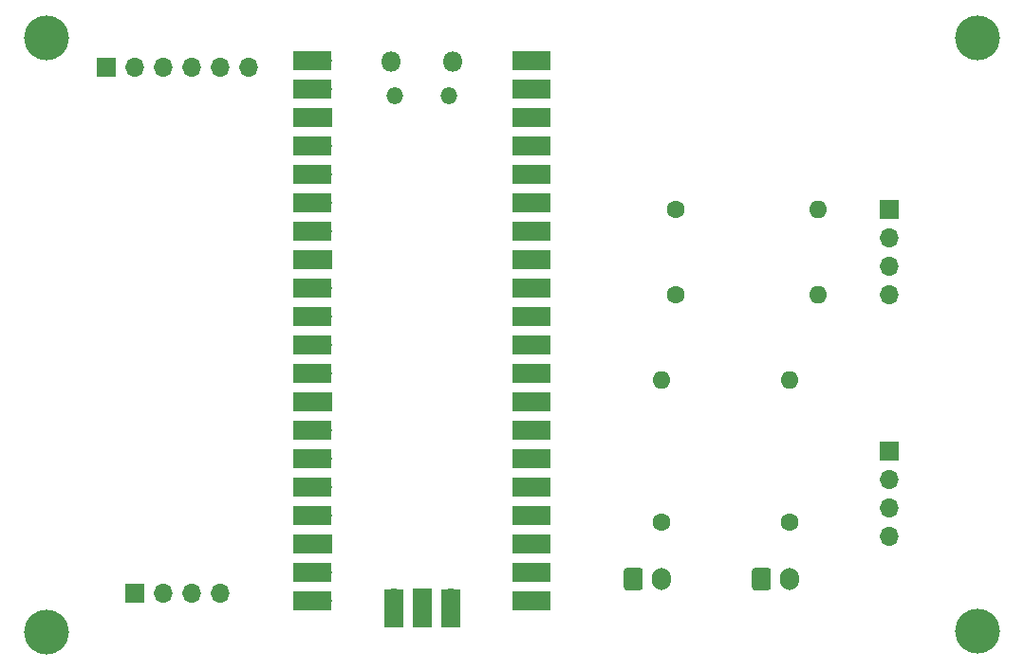
<source format=gbr>
%TF.GenerationSoftware,KiCad,Pcbnew,(5.1.7)-1*%
%TF.CreationDate,2021-05-11T21:19:05+01:00*%
%TF.ProjectId,flowcontrol-v0.1,666c6f77-636f-46e7-9472-6f6c2d76302e,rev?*%
%TF.SameCoordinates,Original*%
%TF.FileFunction,Soldermask,Top*%
%TF.FilePolarity,Negative*%
%FSLAX46Y46*%
G04 Gerber Fmt 4.6, Leading zero omitted, Abs format (unit mm)*
G04 Created by KiCad (PCBNEW (5.1.7)-1) date 2021-05-11 21:19:05*
%MOMM*%
%LPD*%
G01*
G04 APERTURE LIST*
%ADD10C,4.000000*%
%ADD11O,1.700000X1.700000*%
%ADD12R,1.700000X1.700000*%
%ADD13O,1.700000X2.000000*%
%ADD14O,1.600000X1.600000*%
%ADD15C,1.600000*%
%ADD16R,1.700000X3.500000*%
%ADD17O,1.500000X1.500000*%
%ADD18O,1.800000X1.800000*%
%ADD19R,3.500000X1.700000*%
G04 APERTURE END LIST*
D10*
%TO.C,REF\u002A\u002A*%
X211074000Y-90106500D03*
%TD*%
%TO.C,REF\u002A\u002A*%
X211010500Y-143065500D03*
%TD*%
%TO.C,REF\u002A\u002A*%
X128016000Y-143129000D03*
%TD*%
%TO.C,REF\u002A\u002A*%
X128016000Y-90106500D03*
%TD*%
D11*
%TO.C,J1*%
X203200000Y-113030000D03*
X203200000Y-110490000D03*
X203200000Y-107950000D03*
D12*
X203200000Y-105410000D03*
%TD*%
%TO.C,J2*%
X203200000Y-127000000D03*
D11*
X203200000Y-129540000D03*
X203200000Y-132080000D03*
X203200000Y-134620000D03*
%TD*%
%TO.C,J3*%
G36*
G01*
X190920000Y-139180000D02*
X190920000Y-137680000D01*
G75*
G02*
X191170000Y-137430000I250000J0D01*
G01*
X192370000Y-137430000D01*
G75*
G02*
X192620000Y-137680000I0J-250000D01*
G01*
X192620000Y-139180000D01*
G75*
G02*
X192370000Y-139430000I-250000J0D01*
G01*
X191170000Y-139430000D01*
G75*
G02*
X190920000Y-139180000I0J250000D01*
G01*
G37*
D13*
X194270000Y-138430000D03*
%TD*%
%TO.C,J4*%
G36*
G01*
X179490000Y-139180000D02*
X179490000Y-137680000D01*
G75*
G02*
X179740000Y-137430000I250000J0D01*
G01*
X180940000Y-137430000D01*
G75*
G02*
X181190000Y-137680000I0J-250000D01*
G01*
X181190000Y-139180000D01*
G75*
G02*
X180940000Y-139430000I-250000J0D01*
G01*
X179740000Y-139430000D01*
G75*
G02*
X179490000Y-139180000I0J250000D01*
G01*
G37*
X182840000Y-138430000D03*
%TD*%
D12*
%TO.C,J7*%
X135890000Y-139700000D03*
D11*
X138430000Y-139700000D03*
X140970000Y-139700000D03*
X143510000Y-139700000D03*
%TD*%
%TO.C,J8*%
X146050000Y-92710000D03*
X143510000Y-92710000D03*
X140970000Y-92710000D03*
X138430000Y-92710000D03*
X135890000Y-92710000D03*
D12*
X133350000Y-92710000D03*
%TD*%
D14*
%TO.C,R1*%
X194310000Y-120650000D03*
D15*
X194310000Y-133350000D03*
%TD*%
D14*
%TO.C,R2*%
X182880000Y-120650000D03*
D15*
X182880000Y-133350000D03*
%TD*%
%TO.C,R3*%
X184150000Y-105410000D03*
D14*
X196850000Y-105410000D03*
%TD*%
D15*
%TO.C,R4*%
X184150000Y-113030000D03*
D14*
X196850000Y-113030000D03*
%TD*%
D11*
%TO.C,U1*%
X164015000Y-140130001D03*
D16*
X164015000Y-141030001D03*
D12*
X161475000Y-140130001D03*
D16*
X161475000Y-141030001D03*
D11*
X158935000Y-140130001D03*
D16*
X158935000Y-141030001D03*
D17*
X163900000Y-95260001D03*
X159050000Y-95260001D03*
D18*
X164200000Y-92230001D03*
X158750000Y-92230001D03*
D19*
X171265000Y-140360001D03*
X171265000Y-137820001D03*
X171265000Y-135280001D03*
X171265000Y-132740001D03*
X171265000Y-130200001D03*
X171265000Y-127660001D03*
X171265000Y-125120001D03*
X171265000Y-122580001D03*
X171265000Y-120040001D03*
X171265000Y-117500001D03*
X171265000Y-114960001D03*
X171265000Y-112420001D03*
X171265000Y-109880001D03*
X171265000Y-107340001D03*
X171265000Y-104800001D03*
X171265000Y-102260001D03*
X171265000Y-99720001D03*
X171265000Y-97180001D03*
X171265000Y-94640001D03*
X171265000Y-92100001D03*
X151685000Y-140360001D03*
X151685000Y-137820001D03*
X151685000Y-135280001D03*
X151685000Y-132740001D03*
X151685000Y-130200001D03*
X151685000Y-127660001D03*
X151685000Y-125120001D03*
X151685000Y-122580001D03*
X151685000Y-120040001D03*
X151685000Y-117500001D03*
X151685000Y-114960001D03*
X151685000Y-112420001D03*
X151685000Y-109880001D03*
X151685000Y-107340001D03*
X151685000Y-104800001D03*
X151685000Y-102260001D03*
X151685000Y-99720001D03*
X151685000Y-97180001D03*
X151685000Y-94640001D03*
X151685000Y-92100001D03*
D11*
X170365000Y-92100001D03*
X170365000Y-94640001D03*
D12*
X170365000Y-97180001D03*
D11*
X170365000Y-99720001D03*
X170365000Y-102260001D03*
X170365000Y-104800001D03*
X170365000Y-107340001D03*
D12*
X170365000Y-109880001D03*
D11*
X170365000Y-112420001D03*
X170365000Y-114960001D03*
X170365000Y-117500001D03*
X170365000Y-120040001D03*
D12*
X170365000Y-122580001D03*
D11*
X170365000Y-125120001D03*
X170365000Y-127660001D03*
X170365000Y-130200001D03*
X170365000Y-132740001D03*
D12*
X170365000Y-135280001D03*
D11*
X170365000Y-137820001D03*
X170365000Y-140360001D03*
X152585000Y-140360001D03*
X152585000Y-137820001D03*
D12*
X152585000Y-135280001D03*
D11*
X152585000Y-132740001D03*
X152585000Y-130200001D03*
X152585000Y-127660001D03*
X152585000Y-125120001D03*
D12*
X152585000Y-122580001D03*
D11*
X152585000Y-120040001D03*
X152585000Y-117500001D03*
X152585000Y-114960001D03*
X152585000Y-112420001D03*
D12*
X152585000Y-109880001D03*
D11*
X152585000Y-107340001D03*
X152585000Y-104800001D03*
X152585000Y-102260001D03*
X152585000Y-99720001D03*
D12*
X152585000Y-97180001D03*
D11*
X152585000Y-94640001D03*
X152585000Y-92100001D03*
%TD*%
M02*

</source>
